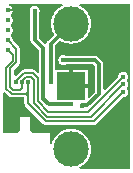
<source format=gtl>
G04*
G04 #@! TF.GenerationSoftware,Altium Limited,Altium Designer,20.0.10 (225)*
G04*
G04 Layer_Physical_Order=1*
G04 Layer_Color=32768*
%FSLAX44Y44*%
%MOMM*%
G71*
G01*
G75*
%ADD13R,2.4000X2.4000*%
%ADD14C,0.3000*%
%ADD15C,0.2000*%
%ADD16C,0.4500*%
%ADD17C,3.0000*%
G36*
X109992Y2508D02*
X67242D01*
X66918Y4008D01*
X67486Y4265D01*
X68467Y4790D01*
X69413Y5378D01*
X70317Y6026D01*
X71178Y6732D01*
X71990Y7493D01*
X72751Y8305D01*
X73457Y9165D01*
X74105Y10070D01*
X74693Y11015D01*
X75218Y11997D01*
X75677Y13011D01*
X76069Y14053D01*
X76392Y15118D01*
X76645Y16202D01*
X76826Y17300D01*
X76936Y18408D01*
X76972Y19520D01*
X76936Y20633D01*
X76826Y21740D01*
X76645Y22838D01*
X76392Y23922D01*
X76069Y24987D01*
X75677Y26029D01*
X75218Y27043D01*
X74693Y28025D01*
X74105Y28970D01*
X73457Y29874D01*
X72751Y30735D01*
X71990Y31547D01*
X71178Y32308D01*
X70317Y33014D01*
X69413Y33663D01*
X68467Y34250D01*
X67486Y34775D01*
X66472Y35234D01*
X65430Y35626D01*
X64365Y35950D01*
X63281Y36202D01*
X62183Y36384D01*
X61075Y36493D01*
X59963Y36529D01*
X58850Y36493D01*
X57743Y36384D01*
X56645Y36202D01*
X55561Y35950D01*
X54495Y35626D01*
X53454Y35234D01*
X52440Y34775D01*
X51458Y34250D01*
X50513Y33663D01*
X49608Y33014D01*
X48748Y32308D01*
X47936Y31547D01*
X47175Y30735D01*
X46469Y29874D01*
X45820Y28970D01*
X45233Y28025D01*
X44708Y27043D01*
X44248Y26029D01*
X43856Y24987D01*
X43533Y23922D01*
X43500Y23779D01*
X42000Y23952D01*
Y32500D01*
X27500D01*
X25500Y34500D01*
Y46750D01*
X16500D01*
Y34750D01*
X14250Y32500D01*
X2508D01*
Y66932D01*
X4008Y67553D01*
X7265Y64296D01*
X7471Y64119D01*
X7686Y63905D01*
X8045Y63598D01*
X8447Y63352D01*
X8884Y63171D01*
X9343Y63061D01*
X9814Y63024D01*
X20439D01*
X20488Y63021D01*
X20491Y62972D01*
Y58090D01*
X20528Y57619D01*
X20638Y57160D01*
X20819Y56724D01*
X21065Y56321D01*
X21372Y55962D01*
X36573Y40761D01*
X36932Y40454D01*
X37335Y40208D01*
X37771Y40027D01*
X38230Y39917D01*
X38701Y39880D01*
X79389D01*
X79860Y39917D01*
X80319Y40027D01*
X80755Y40208D01*
X81158Y40454D01*
X81517Y40761D01*
X103997Y63241D01*
X104000Y63241D01*
X104556Y63277D01*
X105102Y63386D01*
X105630Y63565D01*
X106129Y63811D01*
X106593Y64121D01*
X107011Y64488D01*
X107379Y64907D01*
X107688Y65370D01*
X107935Y65870D01*
X108114Y66398D01*
X108223Y66944D01*
X108259Y67500D01*
X108223Y68056D01*
X108114Y68602D01*
X107935Y69130D01*
X107688Y69630D01*
X107379Y70093D01*
X107109Y70750D01*
X107379Y71407D01*
X107688Y71870D01*
X107935Y72370D01*
X108114Y72898D01*
X108223Y73444D01*
X108259Y74000D01*
X108223Y74556D01*
X108114Y75102D01*
X107935Y75630D01*
X107688Y76129D01*
X107379Y76593D01*
X107011Y77012D01*
X107379Y77907D01*
X107688Y78370D01*
X107935Y78870D01*
X108114Y79398D01*
X108223Y79944D01*
X108259Y80500D01*
X108223Y81056D01*
X108114Y81602D01*
X107935Y82130D01*
X107688Y82630D01*
X107379Y83093D01*
X107011Y83512D01*
X106593Y83879D01*
X106129Y84188D01*
X105630Y84435D01*
X105102Y84614D01*
X104556Y84723D01*
X104000Y84759D01*
X103444Y84723D01*
X102898Y84614D01*
X102370Y84435D01*
X101870Y84188D01*
X101407Y83879D01*
X100988Y83512D01*
X100621Y83093D01*
X100311Y82630D01*
X100065Y82130D01*
X99886Y81602D01*
X99777Y81056D01*
X99741Y80500D01*
X99741Y80497D01*
X88643Y69399D01*
X87257Y69973D01*
Y91288D01*
X87227Y91746D01*
X87138Y92196D01*
X86990Y92631D01*
X86788Y93042D01*
X86533Y93424D01*
X86230Y93769D01*
X82795Y97204D01*
X82450Y97506D01*
X82069Y97761D01*
X81657Y97964D01*
X81223Y98111D01*
X80773Y98201D01*
X80315Y98231D01*
X55880D01*
X55609Y98412D01*
X55110Y98658D01*
X54582Y98837D01*
X54036Y98946D01*
X53480Y98983D01*
X52924Y98946D01*
X52378Y98837D01*
X51850Y98658D01*
X51350Y98412D01*
X50887Y98102D01*
X50468Y97735D01*
X50101Y97316D01*
X49791Y96853D01*
X49545Y96353D01*
X49366Y95826D01*
X49257Y95279D01*
X49221Y94724D01*
X49257Y94167D01*
X49366Y93621D01*
X49545Y93094D01*
X49791Y92594D01*
X50101Y92131D01*
X50468Y91712D01*
X50887Y91344D01*
X51350Y91035D01*
X51850Y90789D01*
X52378Y90610D01*
X52924Y90501D01*
X53480Y90464D01*
X54036Y90501D01*
X54582Y90610D01*
X55110Y90789D01*
X55609Y91035D01*
X55880Y91216D01*
X78862D01*
X80243Y89836D01*
Y67730D01*
X75349Y62837D01*
X73963Y63411D01*
Y71520D01*
X59963D01*
Y72520D01*
X58963D01*
Y86520D01*
X46258D01*
Y106854D01*
X50678Y111275D01*
X51458Y110790D01*
X52440Y110265D01*
X53454Y109806D01*
X54495Y109414D01*
X55561Y109090D01*
X56645Y108838D01*
X57743Y108656D01*
X58850Y108547D01*
X59963Y108511D01*
X61075Y108547D01*
X62183Y108656D01*
X63281Y108838D01*
X64365Y109090D01*
X65430Y109414D01*
X66472Y109806D01*
X67486Y110265D01*
X68467Y110790D01*
X69413Y111377D01*
X70317Y112026D01*
X71178Y112732D01*
X71990Y113493D01*
X72751Y114305D01*
X73457Y115166D01*
X74105Y116070D01*
X74693Y117015D01*
X75218Y117997D01*
X75677Y119011D01*
X76069Y120053D01*
X76392Y121118D01*
X76645Y122202D01*
X76826Y123300D01*
X76936Y124408D01*
X76972Y125520D01*
X76936Y126632D01*
X76826Y127740D01*
X76645Y128838D01*
X76392Y129922D01*
X76069Y130987D01*
X75677Y132029D01*
X75218Y133043D01*
X74693Y134025D01*
X74105Y134970D01*
X73457Y135875D01*
X72751Y136735D01*
X71990Y137547D01*
X71178Y138308D01*
X70317Y139014D01*
X69413Y139663D01*
X68467Y140250D01*
X67486Y140775D01*
X67006Y140992D01*
X67330Y142492D01*
X109992D01*
Y2508D01*
D02*
G37*
G36*
X52919Y140992D02*
X52440Y140775D01*
X51458Y140250D01*
X50513Y139663D01*
X49608Y139014D01*
X48748Y138308D01*
X47936Y137547D01*
X47175Y136735D01*
X46469Y135875D01*
X45820Y134970D01*
X45233Y134025D01*
X44708Y133043D01*
X44248Y132029D01*
X43856Y130987D01*
X43533Y129922D01*
X43281Y128838D01*
X43099Y127740D01*
X42990Y126632D01*
X42954Y125520D01*
X42990Y124408D01*
X43099Y123300D01*
X43281Y122202D01*
X43533Y121118D01*
X43856Y120053D01*
X44248Y119011D01*
X44708Y117997D01*
X45233Y117015D01*
X45718Y116235D01*
X40270Y110787D01*
X39967Y110442D01*
X39712Y110061D01*
X39509Y109649D01*
X39362Y109215D01*
X39280Y108802D01*
X39138Y108704D01*
X38116Y108240D01*
X37743Y108218D01*
X32547Y113413D01*
Y133916D01*
X32728Y134187D01*
X32975Y134687D01*
X33154Y135214D01*
X33262Y135761D01*
X33299Y136317D01*
X33262Y136873D01*
X33154Y137419D01*
X32975Y137947D01*
X32728Y138446D01*
X32419Y138910D01*
X32051Y139328D01*
X31632Y139696D01*
X31169Y140005D01*
X30670Y140252D01*
X30142Y140431D01*
X29595Y140539D01*
X29040Y140576D01*
X28484Y140539D01*
X27937Y140431D01*
X27410Y140252D01*
X26910Y140005D01*
X26447Y139696D01*
X26028Y139328D01*
X25661Y138910D01*
X25351Y138446D01*
X25105Y137947D01*
X24926Y137419D01*
X24817Y136873D01*
X24780Y136317D01*
X24817Y135761D01*
X24926Y135214D01*
X25105Y134687D01*
X25351Y134187D01*
X25532Y133916D01*
Y111960D01*
X25562Y111503D01*
X25652Y111053D01*
X25799Y110618D01*
X26002Y110207D01*
X26257Y109825D01*
X26559Y109480D01*
X32992Y103047D01*
Y84249D01*
X31607Y83674D01*
X29503Y85778D01*
X29144Y86084D01*
X28742Y86331D01*
X28305Y86512D01*
X27846Y86622D01*
X27376Y86659D01*
X19857D01*
X19386Y86622D01*
X18927Y86512D01*
X18491Y86331D01*
X18088Y86084D01*
X17729Y85778D01*
X13009Y81058D01*
X11509Y81680D01*
Y86253D01*
X15743Y90487D01*
X16049Y90846D01*
X16296Y91249D01*
X16477Y91685D01*
X16587Y92144D01*
X16624Y92615D01*
Y103987D01*
X16587Y104458D01*
X16477Y104917D01*
X16296Y105353D01*
X16049Y105756D01*
X15743Y106115D01*
X10544Y111314D01*
X10544Y111317D01*
X10508Y111873D01*
X10399Y112419D01*
X10220Y112947D01*
X9974Y113446D01*
X9664Y113910D01*
X9297Y114328D01*
X8878Y114696D01*
X8749Y115094D01*
Y116039D01*
X8878Y116438D01*
X9297Y116805D01*
X9664Y117224D01*
X9974Y117687D01*
X10220Y118187D01*
X10399Y118714D01*
X10508Y119261D01*
X10544Y119817D01*
X10508Y120373D01*
X10399Y120919D01*
X10220Y121447D01*
X9974Y121946D01*
X9664Y122409D01*
X9297Y122828D01*
X8878Y123196D01*
X8749Y123594D01*
Y124539D01*
X8878Y124938D01*
X9297Y125305D01*
X9664Y125724D01*
X9974Y126187D01*
X10220Y126687D01*
X10399Y127214D01*
X10508Y127761D01*
X10544Y128317D01*
X10508Y128873D01*
X10399Y129419D01*
X10220Y129947D01*
X9974Y130446D01*
X9664Y130910D01*
X9297Y131328D01*
X8878Y131696D01*
X8749Y132094D01*
Y133039D01*
X8878Y133438D01*
X9297Y133805D01*
X9664Y134224D01*
X9974Y134687D01*
X10220Y135187D01*
X10399Y135714D01*
X10419Y135817D01*
X6285D01*
Y137817D01*
X10419D01*
X10399Y137919D01*
X10220Y138447D01*
X9974Y138946D01*
X9664Y139410D01*
X9297Y139828D01*
X8878Y140196D01*
X8415Y140505D01*
X7915Y140752D01*
X7387Y140931D01*
X7078Y140992D01*
X7225Y142492D01*
X52595D01*
X52919Y140992D01*
D02*
G37*
G36*
X24500Y66033D02*
X22500Y63033D01*
X22480Y63413D01*
X22420Y63753D01*
X22320Y64053D01*
X22180Y64313D01*
X22000Y64533D01*
X21780Y64713D01*
X21520Y64853D01*
X21220Y64953D01*
X20880Y65013D01*
X20500Y65033D01*
Y67033D01*
X20880Y67053D01*
X21220Y67113D01*
X21520Y67213D01*
X21780Y67353D01*
X22000Y67533D01*
X22180Y67753D01*
X22320Y68013D01*
X22420Y68313D01*
X22480Y68653D01*
X22500Y69033D01*
X24500Y66033D01*
D02*
G37*
%LPC*%
G36*
X73963Y86520D02*
X60963D01*
Y73520D01*
X73963D01*
Y86520D01*
D02*
G37*
%LPD*%
D13*
X59963Y72520D02*
D03*
D14*
Y88463D01*
X60000Y88500D01*
X59963Y72520D02*
X77020D01*
X77500Y73000D01*
X83750Y66278D02*
Y91288D01*
X54173Y94724D02*
X80315D01*
X83750Y91288D01*
X69543Y56215D02*
X73688D01*
X83750Y66278D01*
X69256Y55928D02*
X69543Y56215D01*
X42750Y108307D02*
X59963Y125520D01*
X42750Y76000D02*
Y108307D01*
X29040Y111960D02*
X36500Y104500D01*
Y61750D02*
Y104500D01*
X41250Y57000D02*
X60000D01*
X36500Y61750D02*
X41250Y57000D01*
X29040Y111960D02*
Y136317D01*
D15*
X38701Y42889D02*
X79389D01*
X104000Y67500D01*
X76764Y46764D02*
X104000Y74000D01*
X39905Y46764D02*
X76764D01*
X74417Y50917D02*
X104000Y80500D01*
X40482Y50917D02*
X74417D01*
X23500Y58090D02*
Y66033D01*
Y58090D02*
X38701Y42889D01*
X28375Y58295D02*
Y78125D01*
Y58295D02*
X39905Y46764D01*
X31750Y59649D02*
Y79275D01*
Y59649D02*
X40482Y50917D01*
X23500Y66033D02*
Y76000D01*
X9423Y66424D02*
X9814Y66033D01*
X23500D01*
X9392Y66424D02*
X9423D01*
X5300Y70516D02*
X9392Y66424D01*
X5300Y70516D02*
Y88826D01*
X8500Y71842D02*
X10718Y69624D01*
X16744D02*
X18500Y71381D01*
X10718Y69624D02*
X16744D01*
X8500Y71842D02*
Y87500D01*
X18500Y71381D02*
Y76000D01*
X5328Y88996D02*
X10411Y94080D01*
X5328Y88853D02*
Y88996D01*
X5300Y88826D02*
X5328Y88853D01*
X6285Y111317D02*
X13615Y103987D01*
X8500Y87500D02*
X13615Y92615D01*
Y103987D01*
X6285Y102817D02*
X10411Y98690D01*
Y94080D02*
Y98690D01*
X27376Y83650D02*
X31750Y79275D01*
X13978Y77772D02*
X19857Y83650D01*
X27376D01*
X18500Y76000D02*
X18978Y76478D01*
Y77772D01*
X21657Y80450D01*
X26050D01*
X28375Y78125D01*
D16*
X29040Y136317D02*
D03*
X6285Y128317D02*
D03*
Y102817D02*
D03*
Y111317D02*
D03*
Y119817D02*
D03*
Y136817D02*
D03*
X77250Y88500D02*
D03*
X6750Y52500D02*
D03*
Y60250D02*
D03*
X37000Y36250D02*
D03*
X31000D02*
D03*
X53480Y94724D02*
D03*
X42750Y76000D02*
D03*
X97250Y51250D02*
D03*
Y46000D02*
D03*
X17000Y139000D02*
D03*
X39000Y131000D02*
D03*
Y139000D02*
D03*
X20000Y113000D02*
D03*
X14000D02*
D03*
X105000Y15000D02*
D03*
X95000D02*
D03*
X85000D02*
D03*
Y5000D02*
D03*
X95000D02*
D03*
X105000D02*
D03*
Y125000D02*
D03*
X95000D02*
D03*
X85000D02*
D03*
Y135000D02*
D03*
X95000D02*
D03*
X105000D02*
D03*
X69256Y55928D02*
D03*
X13500Y76000D02*
D03*
X18500D02*
D03*
X23500D02*
D03*
X104000Y67500D02*
D03*
Y74000D02*
D03*
Y80500D02*
D03*
X60000Y57000D02*
D03*
D17*
X59963Y19520D02*
D03*
Y125520D02*
D03*
M02*

</source>
